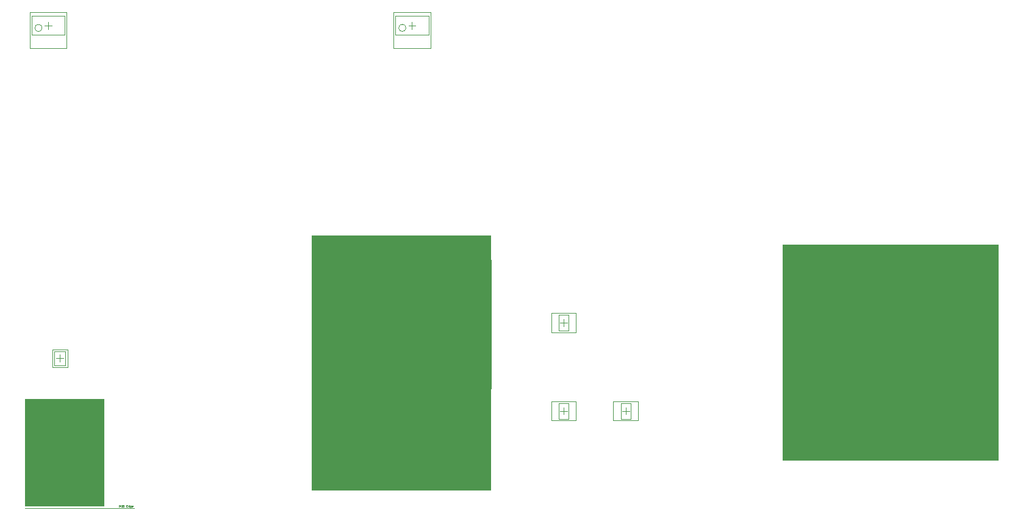
<source format=gbo>
G04 Layer_Color=32896*
%FSLAX25Y25*%
%MOIN*%
G70*
G01*
G75*
%ADD22C,0.00394*%
%ADD23C,0.00118*%
%ADD24R,0.43307X0.59055*%
%ADD25R,1.18110X1.18110*%
%ADD26R,0.98425X1.39764*%
%ADD27C,0.00197*%
D22*
X6778Y361D02*
X66766D01*
X249660Y130391D02*
G03*
X249660Y130391I-1969J0D01*
G01*
X215079Y262795D02*
G03*
X215079Y262795I-1969J0D01*
G01*
X16260Y262795D02*
G03*
X16260Y262795I-1969J0D01*
G01*
X332565Y49213D02*
Y57874D01*
X337880Y49213D02*
Y57874D01*
X332565D02*
X337880D01*
X332565Y49213D02*
X337880D01*
X298620D02*
Y57874D01*
X303935Y49213D02*
Y57874D01*
X298620D02*
X303935D01*
X298620Y49213D02*
X303935D01*
X298620Y97390D02*
Y106051D01*
X303935Y97390D02*
Y106051D01*
X298620D02*
X303935D01*
X298620Y97390D02*
X303935D01*
X244148Y67792D02*
X253518D01*
X244148Y133934D02*
X253518D01*
Y67792D02*
Y133934D01*
X244148Y67792D02*
Y133934D01*
X22913Y78425D02*
Y86142D01*
X29055Y78425D02*
Y86142D01*
X22913D02*
X29055D01*
X22913Y78425D02*
X29055D01*
X209370Y259055D02*
X227480D01*
X209370Y269291D02*
X227480D01*
X209370Y259055D02*
Y269291D01*
X227480Y259055D02*
Y269291D01*
X28661Y259055D02*
Y269291D01*
X10551Y259055D02*
Y269291D01*
X28661D01*
X10551Y259055D02*
X28661D01*
X333254Y53543D02*
X337191D01*
X335222Y51575D02*
Y55512D01*
X299309Y53543D02*
X303246D01*
X301277Y51575D02*
Y55512D01*
X299309Y101720D02*
X303246D01*
X301277Y99752D02*
Y103689D01*
X248833Y98895D02*
Y102832D01*
X246865Y100863D02*
X250802D01*
X24016Y82283D02*
X27953D01*
X25984Y80315D02*
Y84252D01*
X218425Y262205D02*
Y266142D01*
X216457Y264173D02*
X220394D01*
X17638D02*
X21575D01*
X19606Y262205D02*
Y266142D01*
D23*
X58366Y1061D02*
Y2045D01*
X58858D01*
X59022Y1881D01*
Y1553D01*
X58858Y1389D01*
X58366D01*
X60006Y1881D02*
X59842Y2045D01*
X59514D01*
X59350Y1881D01*
Y1225D01*
X59514Y1061D01*
X59842D01*
X60006Y1225D01*
X60334Y2045D02*
Y1061D01*
X60826D01*
X60990Y1225D01*
Y1389D01*
X60826Y1553D01*
X60334D01*
X60826D01*
X60990Y1717D01*
Y1881D01*
X60826Y2045D01*
X60334D01*
X62958D02*
X62302D01*
Y1061D01*
X62958D01*
X62302Y1553D02*
X62630D01*
X63942Y2045D02*
Y1061D01*
X63450D01*
X63286Y1225D01*
Y1553D01*
X63450Y1717D01*
X63942D01*
X64598Y733D02*
X64762D01*
X64926Y897D01*
Y1717D01*
X64434D01*
X64270Y1553D01*
Y1225D01*
X64434Y1061D01*
X64926D01*
X65746D02*
X65418D01*
X65254Y1225D01*
Y1553D01*
X65418Y1717D01*
X65746D01*
X65910Y1553D01*
Y1389D01*
X65254D01*
D24*
X28740Y30709D02*
D03*
D25*
X479921Y85433D02*
D03*
D26*
X212613Y79682D02*
D03*
D27*
X328431Y48228D02*
Y58858D01*
X342013Y48228D02*
Y58858D01*
X328431D02*
X342013D01*
X328431Y48228D02*
X342013D01*
X294486D02*
Y58858D01*
X308069Y48228D02*
Y58858D01*
X294486D02*
X308069D01*
X294486Y48228D02*
X308069D01*
X294486Y96406D02*
Y107035D01*
X308069Y96406D02*
Y107035D01*
X294486D02*
X308069D01*
X294486Y96406D02*
X308069D01*
X236038Y65824D02*
X261628D01*
X236038Y135902D02*
X261628D01*
Y65824D02*
Y135902D01*
X236038Y65824D02*
Y135902D01*
X21850Y77362D02*
Y87205D01*
X30118Y77362D02*
Y87205D01*
X21850D02*
X30118D01*
X21850Y77362D02*
X30118D01*
X208386Y251575D02*
X228465D01*
X208386Y271260D02*
X228465D01*
X208386Y251575D02*
Y271260D01*
X228465Y251575D02*
Y271260D01*
X29646Y251575D02*
Y271260D01*
X9567Y251575D02*
Y271260D01*
X29646D01*
X9567Y251575D02*
X29646D01*
M02*

</source>
